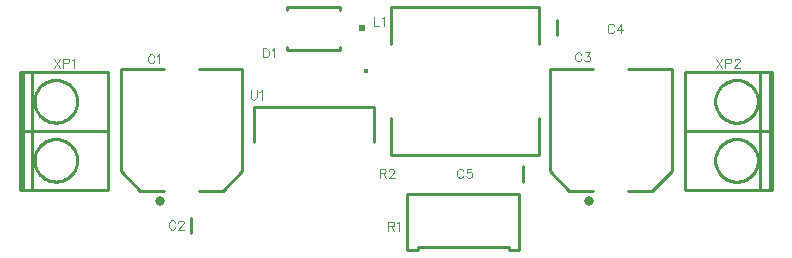
<source format=gbr>
G04 DipTrace 3.3.1.0*
G04 TopSilk.gbr*
%MOMM*%
G04 #@! TF.FileFunction,Legend,Top*
G04 #@! TF.Part,Single*
%ADD10C,0.25*%
%ADD17O,0.80031X0.7996*%
%ADD21O,0.60023X0.59978*%
%ADD27C,0.39114*%
%ADD59C,0.11765*%
%FSLAX35Y35*%
G04*
G71*
G90*
G75*
G01*
G04 TopSilk*
%LPD*%
X1793250Y2615216D2*
D10*
X2158282D1*
X1793250D2*
Y1750125D1*
X2458218Y2615216D2*
X2823250D1*
Y1750125D1*
X1958256Y1585091D2*
X2158282D1*
X2458218D2*
X2658244D1*
X1958256D2*
X1793250Y1750125D1*
X2658244Y1585091D2*
X2823250Y1750125D1*
D17*
X2128258Y1500203D3*
X2386047Y1224650D2*
D10*
Y1354550D1*
X5426423Y2616316D2*
X5791455D1*
X5426423D2*
Y1751225D1*
X6091391Y2616316D2*
X6456423D1*
Y1751225D1*
X5591429Y1586191D2*
X5791455D1*
X6091391D2*
X6291417D1*
X5591429D2*
X5426423Y1751225D1*
X6291417Y1586191D2*
X6456423Y1751225D1*
D17*
X5761431Y1501303D3*
X5483823Y2903550D2*
D10*
Y3033450D1*
X5200830Y1791800D2*
Y1661900D1*
X3649109Y2779118D2*
X3199092D1*
X3649109Y3139128D2*
X3199092D1*
Y2779118D2*
Y2804139D1*
X3649109Y2779118D2*
Y2804139D1*
X3199092Y3114108D2*
Y3139128D1*
X3649109Y3114108D2*
Y3139128D1*
D21*
X3831589Y2959123D3*
X5334160Y1888950D2*
D10*
Y2203950D1*
X4084240Y1888950D2*
Y2203950D1*
Y1888950D2*
X5334160D1*
X4084240Y3138950D2*
X5334160D1*
Y2823950D1*
X4084240Y3138950D2*
Y2823950D1*
X5167850Y1080400D2*
Y1560400D1*
X4217850Y1080400D2*
Y1560400D1*
X5082825Y1110400D2*
X4312850D1*
X5167850Y1080400D2*
X5082825D1*
Y1110400D1*
X4312850D2*
Y1080400D1*
X4217850D1*
X5167850Y1560400D2*
X4217850D1*
X3941016Y2290091D2*
X2921084D1*
X3941016D2*
Y2000075D1*
X2921084Y2290091D2*
Y2000075D1*
D27*
X3868671Y2601890D3*
X942950Y1592577D2*
D10*
X1682950D1*
Y2592577D1*
X942950D1*
Y1592577D1*
X962930D2*
Y2582577D1*
X952940Y2092577D2*
X1672960D1*
X1062904Y1842877D2*
X1063342Y1855454D1*
X1064656Y1867970D1*
X1066838Y1880363D1*
X1069877Y1892574D1*
X1073760Y1904543D1*
X1078466Y1916211D1*
X1083974Y1927522D1*
X1090256Y1938421D1*
X1097282Y1948854D1*
X1105017Y1958771D1*
X1113424Y1968124D1*
X1122462Y1976866D1*
X1132087Y1984955D1*
X1142251Y1992352D1*
X1152907Y1999021D1*
X1164000Y2004929D1*
X1175478Y2010048D1*
X1187284Y2014352D1*
X1199362Y2017821D1*
X1211651Y2020438D1*
X1224093Y2022189D1*
X1236627Y2023067D1*
X1249191D1*
X1261725Y2022189D1*
X1274167Y2020438D1*
X1286456Y2017821D1*
X1298534Y2014352D1*
X1310340Y2010048D1*
X1321818Y2004929D1*
X1332912Y1999021D1*
X1343567Y1992352D1*
X1353731Y1984955D1*
X1363356Y1976866D1*
X1372394Y1968124D1*
X1380801Y1958771D1*
X1388536Y1948854D1*
X1395562Y1938421D1*
X1401844Y1927522D1*
X1407352Y1916211D1*
X1412058Y1904543D1*
X1415941Y1892574D1*
X1418980Y1880363D1*
X1421162Y1867970D1*
X1422476Y1855454D1*
X1422914Y1842877D1*
X1422476Y1830300D1*
X1421162Y1817784D1*
X1418980Y1805390D1*
X1415941Y1793179D1*
X1412058Y1781210D1*
X1407352Y1769542D1*
X1401844Y1758231D1*
X1395562Y1747332D1*
X1388536Y1736899D1*
X1380801Y1726982D1*
X1372394Y1717630D1*
X1363356Y1708888D1*
X1353731Y1700798D1*
X1343567Y1693401D1*
X1332912Y1686732D1*
X1321818Y1680824D1*
X1310340Y1675705D1*
X1298534Y1671401D1*
X1286456Y1667932D1*
X1274167Y1665316D1*
X1261725Y1663564D1*
X1249191Y1662687D1*
X1236627D1*
X1224093Y1663564D1*
X1211651Y1665316D1*
X1199362Y1667932D1*
X1187284Y1671401D1*
X1175478Y1675705D1*
X1164000Y1680824D1*
X1152907Y1686732D1*
X1142251Y1693401D1*
X1132087Y1700798D1*
X1122462Y1708888D1*
X1113424Y1717630D1*
X1105017Y1726982D1*
X1097282Y1736899D1*
X1090256Y1747332D1*
X1083974Y1758231D1*
X1078466Y1769542D1*
X1073760Y1781210D1*
X1069877Y1793179D1*
X1066838Y1805390D1*
X1064656Y1817784D1*
X1063342Y1830300D1*
X1062904Y1842877D1*
Y2342877D2*
X1063342Y2355454D1*
X1064656Y2367970D1*
X1066838Y2380363D1*
X1069877Y2392574D1*
X1073760Y2404543D1*
X1078466Y2416211D1*
X1083974Y2427522D1*
X1090256Y2438421D1*
X1097282Y2448854D1*
X1105017Y2458771D1*
X1113424Y2468124D1*
X1122462Y2476866D1*
X1132087Y2484955D1*
X1142251Y2492352D1*
X1152907Y2499021D1*
X1164000Y2504929D1*
X1175478Y2510048D1*
X1187284Y2514352D1*
X1199362Y2517821D1*
X1211651Y2520438D1*
X1224093Y2522189D1*
X1236627Y2523067D1*
X1249191D1*
X1261725Y2522189D1*
X1274167Y2520438D1*
X1286456Y2517821D1*
X1298534Y2514352D1*
X1310340Y2510048D1*
X1321818Y2504929D1*
X1332912Y2499021D1*
X1343567Y2492352D1*
X1353731Y2484955D1*
X1363356Y2476866D1*
X1372394Y2468124D1*
X1380801Y2458771D1*
X1388536Y2448854D1*
X1395562Y2438421D1*
X1401844Y2427522D1*
X1407352Y2416211D1*
X1412058Y2404543D1*
X1415941Y2392574D1*
X1418980Y2380363D1*
X1421162Y2367970D1*
X1422476Y2355454D1*
X1422914Y2342877D1*
X1422476Y2330300D1*
X1421162Y2317784D1*
X1418980Y2305390D1*
X1415941Y2293179D1*
X1412058Y2281210D1*
X1407352Y2269542D1*
X1401844Y2258231D1*
X1395562Y2247332D1*
X1388536Y2236899D1*
X1380801Y2226982D1*
X1372394Y2217630D1*
X1363356Y2208888D1*
X1353731Y2200798D1*
X1343567Y2193401D1*
X1332912Y2186732D1*
X1321818Y2180824D1*
X1310340Y2175705D1*
X1298534Y2171401D1*
X1286456Y2167932D1*
X1274167Y2165316D1*
X1261725Y2163564D1*
X1249191Y2162687D1*
X1236627D1*
X1224093Y2163564D1*
X1211651Y2165316D1*
X1199362Y2167932D1*
X1187284Y2171401D1*
X1175478Y2175705D1*
X1164000Y2180824D1*
X1152907Y2186732D1*
X1142251Y2193401D1*
X1132087Y2200798D1*
X1122462Y2208888D1*
X1113424Y2217630D1*
X1105017Y2226982D1*
X1097282Y2236899D1*
X1090256Y2247332D1*
X1083974Y2258231D1*
X1078466Y2269542D1*
X1073760Y2281210D1*
X1069877Y2293179D1*
X1066838Y2305390D1*
X1064656Y2317784D1*
X1063342Y2330300D1*
X1062904Y2342877D1*
X1042924Y1592577D2*
Y2592577D1*
X7306700D2*
X6566700D1*
Y1592577D1*
X7306700D1*
Y2592577D1*
X7286720D2*
Y1602577D1*
X7296710Y2092577D2*
X6576690D1*
X6826736Y2342277D2*
X6827174Y2354854D1*
X6828488Y2367370D1*
X6830670Y2379763D1*
X6833709Y2391974D1*
X6837592Y2403943D1*
X6842298Y2415611D1*
X6847806Y2426922D1*
X6854088Y2437821D1*
X6861114Y2448254D1*
X6868849Y2458171D1*
X6877256Y2467524D1*
X6886294Y2476266D1*
X6895919Y2484355D1*
X6906083Y2491752D1*
X6916738Y2498421D1*
X6927832Y2504329D1*
X6939310Y2509448D1*
X6951116Y2513752D1*
X6963194Y2517221D1*
X6975483Y2519838D1*
X6987925Y2521589D1*
X7000459Y2522467D1*
X7013023D1*
X7025557Y2521589D1*
X7037999Y2519838D1*
X7050288Y2517221D1*
X7062366Y2513752D1*
X7074172Y2509448D1*
X7085650Y2504329D1*
X7096743Y2498421D1*
X7107399Y2491752D1*
X7117563Y2484355D1*
X7127188Y2476266D1*
X7136226Y2467524D1*
X7144633Y2458171D1*
X7152368Y2448254D1*
X7159394Y2437821D1*
X7165676Y2426922D1*
X7171184Y2415611D1*
X7175890Y2403943D1*
X7179773Y2391974D1*
X7182812Y2379763D1*
X7184994Y2367370D1*
X7186308Y2354854D1*
X7186746Y2342277D1*
X7186308Y2329700D1*
X7184994Y2317184D1*
X7182812Y2304790D1*
X7179773Y2292579D1*
X7175890Y2280610D1*
X7171184Y2268942D1*
X7165676Y2257631D1*
X7159394Y2246732D1*
X7152368Y2236299D1*
X7144633Y2226382D1*
X7136226Y2217030D1*
X7127188Y2208288D1*
X7117563Y2200198D1*
X7107399Y2192801D1*
X7096743Y2186132D1*
X7085650Y2180224D1*
X7074172Y2175105D1*
X7062366Y2170801D1*
X7050288Y2167332D1*
X7037999Y2164716D1*
X7025557Y2162964D1*
X7013023Y2162087D1*
X7000459D1*
X6987925Y2162964D1*
X6975483Y2164716D1*
X6963194Y2167332D1*
X6951116Y2170801D1*
X6939310Y2175105D1*
X6927832Y2180224D1*
X6916738Y2186132D1*
X6906083Y2192801D1*
X6895919Y2200198D1*
X6886294Y2208288D1*
X6877256Y2217030D1*
X6868849Y2226382D1*
X6861114Y2236299D1*
X6854088Y2246732D1*
X6847806Y2257631D1*
X6842298Y2268942D1*
X6837592Y2280610D1*
X6833709Y2292579D1*
X6830670Y2304790D1*
X6828488Y2317184D1*
X6827174Y2329700D1*
X6826736Y2342277D1*
Y1842277D2*
X6827174Y1854854D1*
X6828488Y1867370D1*
X6830670Y1879763D1*
X6833709Y1891974D1*
X6837592Y1903943D1*
X6842298Y1915611D1*
X6847806Y1926922D1*
X6854088Y1937821D1*
X6861114Y1948254D1*
X6868849Y1958171D1*
X6877256Y1967524D1*
X6886294Y1976266D1*
X6895919Y1984355D1*
X6906083Y1991752D1*
X6916738Y1998421D1*
X6927832Y2004329D1*
X6939310Y2009448D1*
X6951116Y2013752D1*
X6963194Y2017221D1*
X6975483Y2019838D1*
X6987925Y2021589D1*
X7000459Y2022467D1*
X7013023D1*
X7025557Y2021589D1*
X7037999Y2019838D1*
X7050288Y2017221D1*
X7062366Y2013752D1*
X7074172Y2009448D1*
X7085650Y2004329D1*
X7096743Y1998421D1*
X7107399Y1991752D1*
X7117563Y1984355D1*
X7127188Y1976266D1*
X7136226Y1967524D1*
X7144633Y1958171D1*
X7152368Y1948254D1*
X7159394Y1937821D1*
X7165676Y1926922D1*
X7171184Y1915611D1*
X7175890Y1903943D1*
X7179773Y1891974D1*
X7182812Y1879763D1*
X7184994Y1867370D1*
X7186308Y1854854D1*
X7186746Y1842277D1*
X7186308Y1829700D1*
X7184994Y1817184D1*
X7182812Y1804790D1*
X7179773Y1792579D1*
X7175890Y1780610D1*
X7171184Y1768942D1*
X7165676Y1757631D1*
X7159394Y1746732D1*
X7152368Y1736299D1*
X7144633Y1726382D1*
X7136226Y1717030D1*
X7127188Y1708288D1*
X7117563Y1700198D1*
X7107399Y1692801D1*
X7096743Y1686132D1*
X7085650Y1680224D1*
X7074172Y1675105D1*
X7062366Y1670801D1*
X7050288Y1667332D1*
X7037999Y1664716D1*
X7025557Y1662964D1*
X7013023Y1662087D1*
X7000459D1*
X6987925Y1662964D1*
X6975483Y1664716D1*
X6963194Y1667332D1*
X6951116Y1670801D1*
X6939310Y1675105D1*
X6927832Y1680224D1*
X6916738Y1686132D1*
X6906083Y1692801D1*
X6895919Y1700198D1*
X6886294Y1708288D1*
X6877256Y1717030D1*
X6868849Y1726382D1*
X6861114Y1736299D1*
X6854088Y1746732D1*
X6847806Y1757631D1*
X6842298Y1768942D1*
X6837592Y1780610D1*
X6833709Y1792579D1*
X6830670Y1804790D1*
X6828488Y1817184D1*
X6827174Y1829700D1*
X6826736Y1842277D1*
X7206726Y2592577D2*
Y1592577D1*
X2076552Y2721671D2*
D59*
X2072931Y2728915D1*
X2065602Y2736243D1*
X2058359Y2739865D1*
X2043787D1*
X2036459Y2736243D1*
X2029215Y2728915D1*
X2025509Y2721671D1*
X2021887Y2710721D1*
Y2692443D1*
X2025509Y2681578D1*
X2029215Y2674250D1*
X2036459Y2667006D1*
X2043787Y2663300D1*
X2058359D1*
X2065602Y2667006D1*
X2072931Y2674250D1*
X2076552Y2681578D1*
X2100082Y2725209D2*
X2107410Y2728915D1*
X2118360Y2739781D1*
Y2663300D1*
X2254496Y1315121D2*
X2250874Y1322365D1*
X2243546Y1329693D1*
X2236302Y1333315D1*
X2221730D1*
X2214402Y1329693D1*
X2207159Y1322365D1*
X2203452Y1315121D1*
X2199830Y1304171D1*
Y1285893D1*
X2203452Y1275028D1*
X2207159Y1267700D1*
X2214402Y1260456D1*
X2221730Y1256750D1*
X2236302D1*
X2243546Y1260456D1*
X2250874Y1267700D1*
X2254496Y1275028D1*
X2281732Y1315037D2*
Y1318659D1*
X2285354Y1325987D1*
X2288976Y1329609D1*
X2296304Y1333231D1*
X2310876D1*
X2318120Y1329609D1*
X2321741Y1325987D1*
X2325448Y1318659D1*
Y1311415D1*
X2321741Y1304087D1*
X2314498Y1293221D1*
X2278026Y1256750D1*
X2329070D1*
X5693343Y2738648D2*
X5689721Y2745892D1*
X5682393Y2753220D1*
X5675149Y2756842D1*
X5660577D1*
X5653249Y2753220D1*
X5646005Y2745892D1*
X5642299Y2738648D1*
X5638677Y2727698D1*
Y2709420D1*
X5642299Y2698554D1*
X5646005Y2691226D1*
X5653249Y2683982D1*
X5660577Y2680276D1*
X5675149D1*
X5682393Y2683982D1*
X5689721Y2691226D1*
X5693343Y2698554D1*
X5724200Y2756758D2*
X5764210D1*
X5742394Y2727614D1*
X5753344D1*
X5760588Y2723992D1*
X5764210Y2720370D1*
X5767916Y2709420D1*
Y2702176D1*
X5764210Y2691226D1*
X5756966Y2683898D1*
X5746016Y2680276D1*
X5735066D1*
X5724200Y2683898D1*
X5720578Y2687604D1*
X5716872Y2694848D1*
X5969585Y2978148D2*
X5965963Y2985392D1*
X5958635Y2992720D1*
X5951391Y2996342D1*
X5936820D1*
X5929491Y2992720D1*
X5922248Y2985392D1*
X5918541Y2978148D1*
X5914920Y2967198D1*
Y2948920D1*
X5918541Y2938054D1*
X5922248Y2930726D1*
X5929491Y2923482D1*
X5936820Y2919776D1*
X5951391D1*
X5958635Y2923482D1*
X5965963Y2930726D1*
X5969585Y2938054D1*
X6029587Y2919776D2*
Y2996258D1*
X5993115Y2945298D1*
X6047780D1*
X4693350Y1752371D2*
X4689728Y1759615D1*
X4682400Y1766943D1*
X4675156Y1770565D1*
X4660584D1*
X4653256Y1766943D1*
X4646012Y1759615D1*
X4642306Y1752371D1*
X4638684Y1741421D1*
Y1723143D1*
X4642306Y1712278D1*
X4646012Y1704950D1*
X4653256Y1697706D1*
X4660584Y1694000D1*
X4675156D1*
X4682400Y1697706D1*
X4689728Y1704950D1*
X4693350Y1712278D1*
X4760595Y1770481D2*
X4724207D1*
X4720585Y1737715D1*
X4724207Y1741337D1*
X4735157Y1745043D1*
X4746023D1*
X4756973Y1741337D1*
X4764301Y1734093D1*
X4767923Y1723143D1*
Y1715900D1*
X4764301Y1704950D1*
X4756973Y1697621D1*
X4746023Y1694000D1*
X4735157D1*
X4724207Y1697621D1*
X4720585Y1701328D1*
X4716879Y1708571D1*
X2997798Y2790347D2*
Y2713781D1*
X3023320D1*
X3034270Y2717487D1*
X3041598Y2724731D1*
X3045220Y2732059D1*
X3048842Y2742925D1*
Y2761203D1*
X3045220Y2772153D1*
X3041598Y2779397D1*
X3034270Y2786725D1*
X3023320Y2790347D1*
X2997798D1*
X3072371Y2775691D2*
X3079699Y2779397D1*
X3090649Y2790263D1*
Y2713781D1*
X3936188Y3060042D2*
Y2983476D1*
X3979904D1*
X4003434Y3045386D2*
X4010762Y3049092D1*
X4021712Y3059958D1*
Y2983476D1*
X4059051Y1286270D2*
X4091817D1*
X4102767Y1289976D1*
X4106473Y1293598D1*
X4110095Y1300842D1*
Y1308170D1*
X4106473Y1315414D1*
X4102767Y1319120D1*
X4091817Y1322742D1*
X4059051D1*
Y1246176D1*
X4084573Y1286270D2*
X4110095Y1246176D1*
X4133624Y1308086D2*
X4140952Y1311792D1*
X4151902Y1322658D1*
Y1246176D1*
X3985618Y1734097D2*
X4018384D1*
X4029334Y1737803D1*
X4033040Y1741425D1*
X4036662Y1748669D1*
Y1755997D1*
X4033040Y1763241D1*
X4029334Y1766947D1*
X4018384Y1770569D1*
X3985618D1*
Y1694003D1*
X4011140Y1734097D2*
X4036662Y1694003D1*
X4063898Y1752291D2*
Y1755912D1*
X4067519Y1763241D1*
X4071141Y1766862D1*
X4078469Y1770484D1*
X4093041D1*
X4100285Y1766862D1*
X4103907Y1763241D1*
X4107613Y1755912D1*
Y1748669D1*
X4103907Y1741341D1*
X4096663Y1730475D1*
X4060191Y1694003D1*
X4111235D1*
X2892498Y2434142D2*
Y2379476D1*
X2896120Y2368526D1*
X2903448Y2361282D1*
X2914398Y2357576D1*
X2921642D1*
X2932592Y2361282D1*
X2939920Y2368526D1*
X2943542Y2379476D1*
Y2434142D1*
X2967071Y2419486D2*
X2974399Y2423192D1*
X2985349Y2434058D1*
Y2357576D1*
X1229238Y2704169D2*
X1280282Y2627603D1*
Y2704169D2*
X1229238Y2627603D1*
X1303811Y2664075D2*
X1336661D1*
X1347527Y2667697D1*
X1351233Y2671403D1*
X1354855Y2678647D1*
Y2689597D1*
X1351233Y2696841D1*
X1347527Y2700547D1*
X1336661Y2704169D1*
X1303811D1*
Y2627603D1*
X1378384Y2689512D2*
X1385712Y2693219D1*
X1396662Y2704084D1*
Y2627603D1*
X6836605Y2704169D2*
X6887649Y2627603D1*
Y2704169D2*
X6836605Y2627603D1*
X6911178Y2664075D2*
X6944028D1*
X6954894Y2667697D1*
X6958600Y2671403D1*
X6962222Y2678647D1*
Y2689597D1*
X6958600Y2696841D1*
X6954894Y2700547D1*
X6944028Y2704169D1*
X6911178D1*
Y2627603D1*
X6989457Y2685891D2*
Y2689512D1*
X6993079Y2696841D1*
X6996701Y2700462D1*
X7004029Y2704084D1*
X7018601D1*
X7025845Y2700462D1*
X7029467Y2696841D1*
X7033173Y2689512D1*
Y2682269D1*
X7029467Y2674941D1*
X7022223Y2664075D1*
X6985751Y2627603D1*
X7036795D1*
M02*

</source>
